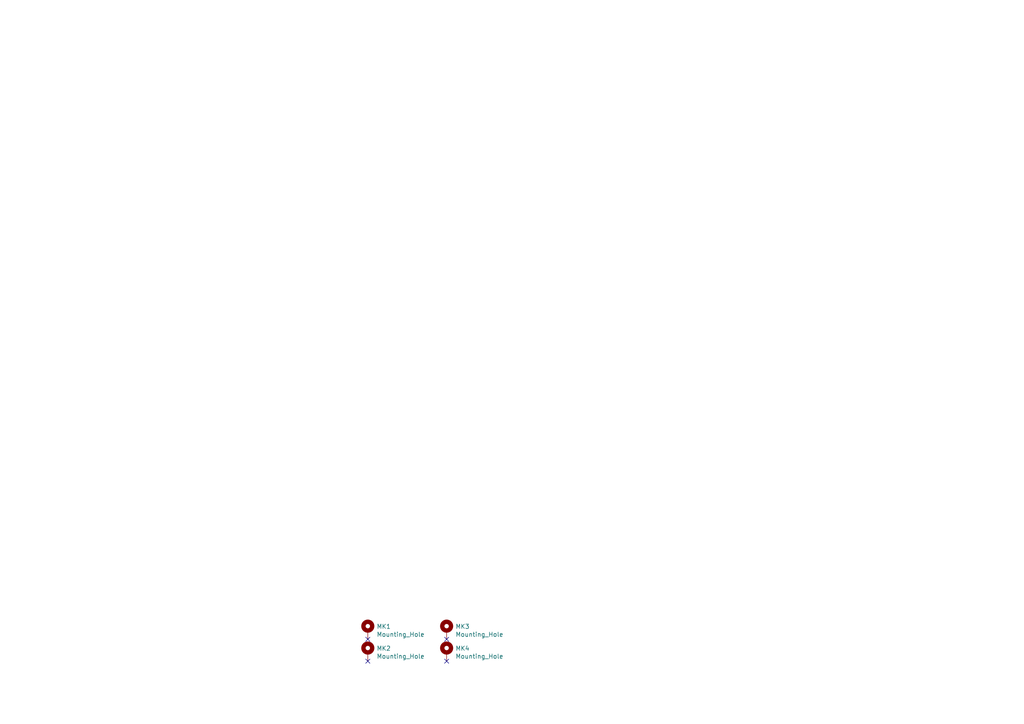
<source format=kicad_sch>
(kicad_sch (version 20230121) (generator eeschema)
  (paper "A4")
  (lib_symbols
    (symbol "Hammond_1593K_Enclosure-rescue:Mounting_Hole_PAD-Mechanical" (pin_numbers hide) (pin_names (offset 1.016) hide)
      (property "Reference" "MK" (at 0 6.35 0))
      (property "Value" "Mechanical:Mounting_Hole_PAD" (at 0 4.445 0))
      (symbol "Mounting_Hole_PAD-Mechanical_0_1"
        (circle (center 0 1.27) (radius 1.27) (stroke (width 1.27)))
      )
      (symbol "Mounting_Hole_PAD-Mechanical_1_1"
        (pin input line (at 0 -2.54 90) (length 2.54) (name "1") (number "1"))
      )
    )
  )
  (no_connect (at 129.54 191.77))
  (no_connect (at 129.54 185.42))
  (no_connect (at 106.68 191.77))
  (no_connect (at 106.68 185.42))
  (symbol (lib_id "Hammond_1593K_Enclosure-rescue:Mounting_Hole_PAD-Mechanical") (at 106.68 182.88 0) (unit 1)
    (property "Reference" "MK1" (at 109.22 181.7116 0) (effects (justify left)))
    (property "Value" "Mounting_Hole" (at 109.22 184.023 0) (effects (justify left)))
    (property "Footprint" "Mounting_Holes:MountingHole_3.2mm_M3_ISO7380" (effects hide))
  )
  (symbol (lib_id "Hammond_1593K_Enclosure-rescue:Mounting_Hole_PAD-Mechanical") (at 129.54 182.88 0) (unit 1)
    (property "Reference" "MK3" (at 132.08 181.7116 0) (effects (justify left)))
    (property "Value" "Mounting_Hole" (at 132.08 184.023 0) (effects (justify left)))
    (property "Footprint" "Mounting_Holes:MountingHole_3.2mm_M3_ISO7380" (effects hide))
  )
  (symbol (lib_id "Hammond_1593K_Enclosure-rescue:Mounting_Hole_PAD-Mechanical") (at 106.68 189.23 0) (unit 1)
    (property "Reference" "MK2" (at 109.22 188.0616 0) (effects (justify left)))
    (property "Value" "Mounting_Hole" (at 109.22 190.373 0) (effects (justify left)))
    (property "Footprint" "Mounting_Holes:MountingHole_3.2mm_M3_ISO7380" (effects hide))
  )
  (symbol (lib_id "Hammond_1593K_Enclosure-rescue:Mounting_Hole_PAD-Mechanical") (at 129.54 189.23 0) (unit 1)
    (property "Reference" "MK4" (at 132.08 188.0616 0) (effects (justify left)))
    (property "Value" "Mounting_Hole" (at 132.08 190.373 0) (effects (justify left)))
    (property "Footprint" "Mounting_Holes:MountingHole_3.2mm_M3_ISO7380" (effects hide))
  )
)
</source>
